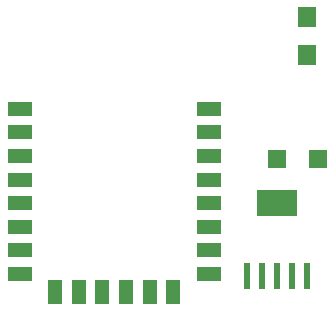
<source format=gtp>
G04 Layer: TopPasteMaskLayer*
G04 EasyEDA v6.5.47, 2024-10-08 22:28:42*
G04 1ebfd5db29c148b9bf331c51237545a2,bd0a3265f8cf4f36a4e098e39f96ef10,10*
G04 Gerber Generator version 0.2*
G04 Scale: 100 percent, Rotated: No, Reflected: No *
G04 Dimensions in millimeters *
G04 leading zeros omitted , absolute positions ,4 integer and 5 decimal *
%FSLAX45Y45*%
%MOMM*%

%ADD10R,1.5000X1.5000*%
%ADD11R,2.0000X1.2000*%
%ADD12R,1.2000X2.0000*%
%ADD13R,1.6000X1.8000*%
%ADD14R,3.5100X2.2100*%
%ADD15R,0.6000X2.2000*%

%LPD*%
D10*
G01*
X4584700Y1536700D03*
G01*
X4934711Y1536700D03*
D11*
G01*
X2406802Y1963801D03*
G01*
X2406802Y1763801D03*
G01*
X2406802Y1563801D03*
G01*
X2406802Y1363802D03*
G01*
X2406802Y1163802D03*
G01*
X2406802Y963803D03*
G01*
X2406802Y763803D03*
G01*
X2406802Y563803D03*
D12*
G01*
X2706801Y413791D03*
G01*
X2906801Y413791D03*
G01*
X3106800Y413791D03*
G01*
X3306800Y413791D03*
G01*
X3506800Y413791D03*
G01*
X3706799Y413791D03*
D11*
G01*
X4006799Y563803D03*
G01*
X4006799Y763803D03*
G01*
X4006799Y963803D03*
G01*
X4006799Y1163802D03*
G01*
X4006799Y1363802D03*
G01*
X4006799Y1563801D03*
G01*
X4006799Y1763801D03*
G01*
X4006799Y1963801D03*
D13*
G01*
X4837099Y2415895D03*
G01*
X4837099Y2735910D03*
D14*
G01*
X4584700Y1166088D03*
D15*
G01*
X4838700Y546100D03*
G01*
X4711700Y546100D03*
G01*
X4584700Y546100D03*
G01*
X4457700Y546100D03*
G01*
X4330700Y546100D03*
M02*

</source>
